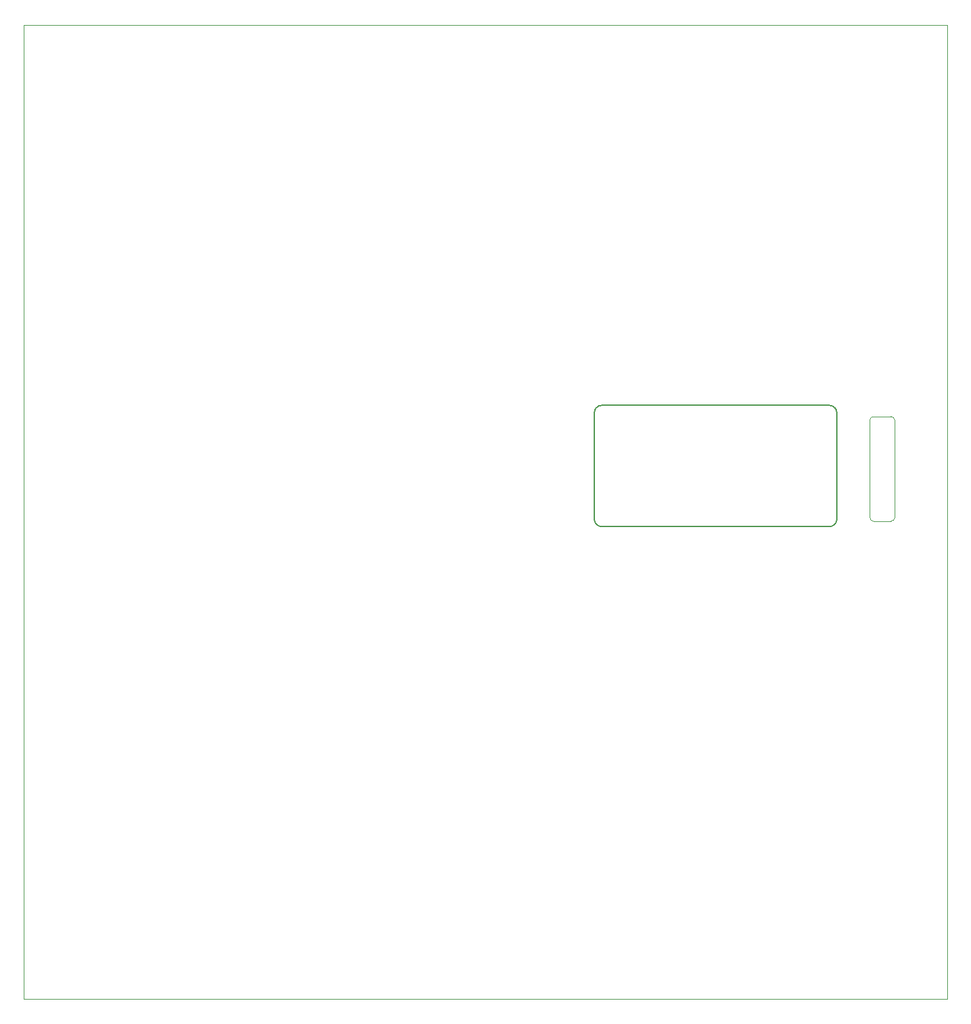
<source format=gbr>
%TF.GenerationSoftware,KiCad,Pcbnew,7.0.2*%
%TF.CreationDate,2025-02-19T16:58:47+00:00*%
%TF.ProjectId,dk2_04_panel,646b325f-3034-45f7-9061-6e656c2e6b69,rev?*%
%TF.SameCoordinates,Original*%
%TF.FileFunction,Profile,NP*%
%FSLAX46Y46*%
G04 Gerber Fmt 4.6, Leading zero omitted, Abs format (unit mm)*
G04 Created by KiCad (PCBNEW 7.0.2) date 2025-02-19 16:58:47*
%MOMM*%
%LPD*%
G01*
G04 APERTURE LIST*
%TA.AperFunction,Profile*%
%ADD10C,0.150000*%
%TD*%
%TA.AperFunction,Profile*%
%ADD11C,0.100000*%
%TD*%
G04 APERTURE END LIST*
D10*
X94350000Y-86919998D02*
X94350000Y-72919998D01*
D11*
X133500000Y-87200000D02*
G75*
G03*
X134000000Y-86700000I0J500000D01*
G01*
X131200000Y-73400000D02*
G75*
G03*
X130700000Y-73900000I0J-500000D01*
G01*
D10*
X125350000Y-87919998D02*
X95350000Y-87919998D01*
D11*
X134000000Y-73900000D02*
X134000000Y-86700000D01*
D10*
X94350002Y-86919998D02*
G75*
G03*
X95350000Y-87919998I999998J-2D01*
G01*
D11*
X131200000Y-73400000D02*
X133500000Y-73400000D01*
D10*
X126350000Y-72919998D02*
X126350000Y-86919998D01*
X125350000Y-87920000D02*
G75*
G03*
X126350000Y-86919998I0J1000000D01*
G01*
X126350002Y-72919998D02*
G75*
G03*
X125350000Y-71919998I-1000002J-2D01*
G01*
X95350000Y-71919998D02*
X125350000Y-71919998D01*
D11*
X134000000Y-73900000D02*
G75*
G03*
X133500000Y-73400000I-500000J0D01*
G01*
X130700000Y-86700000D02*
X130700000Y-73900000D01*
X133500000Y-87200000D02*
X131200000Y-87200000D01*
D10*
X95350000Y-71920000D02*
G75*
G03*
X94350000Y-72919998I0J-1000000D01*
G01*
D11*
X19050000Y-21750000D02*
X140950000Y-21750000D01*
X140950000Y-150250000D01*
X19050000Y-150250000D01*
X19050000Y-21750000D01*
X130700000Y-86700000D02*
G75*
G03*
X131200000Y-87200000I500000J0D01*
G01*
M02*

</source>
